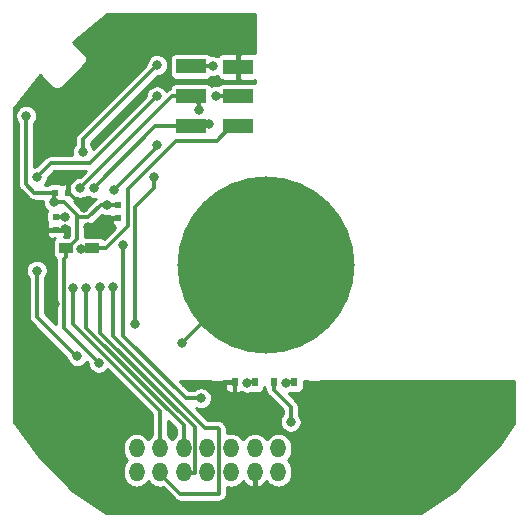
<source format=gbl>
%TF.GenerationSoftware,KiCad,Pcbnew,no-vcs-found-e0b9a21~60~ubuntu16.04.1*%
%TF.CreationDate,2017-10-13T14:54:20+03:00*%
%TF.ProjectId,livolo_1_channel_1way_eu_switch,6C69766F6C6F5F315F6368616E6E656C,rev?*%
%TF.SameCoordinates,Original*%
%TF.FileFunction,Copper,L2,Bot,Signal*%
%TF.FilePolarity,Positive*%
%FSLAX46Y46*%
G04 Gerber Fmt 4.6, Leading zero omitted, Abs format (unit mm)*
G04 Created by KiCad (PCBNEW no-vcs-found-e0b9a21~60~ubuntu16.04.1) date Fri Oct 13 14:54:20 2017*
%MOMM*%
%LPD*%
G01*
G04 APERTURE LIST*
%ADD10O,1.300000X1.600000*%
%ADD11R,2.500000X1.270000*%
%ADD12R,0.500000X0.600000*%
%ADD13R,0.600000X0.500000*%
%ADD14R,0.600000X0.800000*%
%ADD15R,1.200000X0.900000*%
%ADD16C,15.000000*%
%ADD17C,0.450000*%
%ADD18C,0.800000*%
%ADD19C,0.300000*%
%ADD20C,0.254000*%
G04 APERTURE END LIST*
D10*
X143650000Y-107550000D03*
X143650000Y-109550000D03*
X141650000Y-107550000D03*
X141650000Y-109550000D03*
X139650000Y-107550000D03*
X139650000Y-109550000D03*
X137650000Y-107550000D03*
X137650000Y-109550000D03*
X135650000Y-107550000D03*
X135650000Y-109550000D03*
X133650000Y-107550000D03*
X133650000Y-109550000D03*
X131650000Y-107550000D03*
X131650000Y-109550000D03*
D11*
X136250000Y-75210000D03*
X136250000Y-77750000D03*
X136250000Y-80290000D03*
X140250000Y-80290000D03*
X140250000Y-77750000D03*
X140250000Y-75250000D03*
D12*
X124800000Y-89050000D03*
X124800000Y-87950000D03*
D13*
X125850000Y-85900000D03*
X124750000Y-85900000D03*
D12*
X130100000Y-86950000D03*
X130100000Y-88050000D03*
D14*
X145000000Y-101950000D03*
X143300000Y-101950000D03*
X141650000Y-101950000D03*
X139950000Y-101950000D03*
D15*
X125700000Y-90600000D03*
X127900000Y-90600000D03*
D16*
X142575738Y-92033008D03*
D17*
X138649999Y-72000000D03*
X140649999Y-72000000D03*
X128649999Y-74000000D03*
X140649999Y-74000000D03*
X124649999Y-78000000D03*
X128649999Y-104000000D03*
X148649999Y-104000000D03*
X150649999Y-104000000D03*
X152649999Y-104000000D03*
X154649999Y-104000000D03*
X156649999Y-104000000D03*
X158649999Y-104000000D03*
X160649999Y-104000000D03*
X162649999Y-104000000D03*
X130649999Y-106000000D03*
X132649999Y-106000000D03*
X134649999Y-106000000D03*
X140649999Y-106000000D03*
X142649999Y-106000000D03*
X146649999Y-106000000D03*
X148649999Y-106000000D03*
X150649999Y-106000000D03*
X152649999Y-106000000D03*
X154649999Y-106000000D03*
X156649999Y-106000000D03*
X158649999Y-106000000D03*
X160649999Y-106000000D03*
X162649999Y-106000000D03*
X128649999Y-108000000D03*
X146649999Y-108000000D03*
X148649999Y-108000000D03*
X150649999Y-108000000D03*
X152649999Y-108000000D03*
X154649999Y-108000000D03*
X156649999Y-108000000D03*
X158649999Y-108000000D03*
X160649999Y-108000000D03*
X126649999Y-110000000D03*
X128649999Y-110000000D03*
X146649999Y-110000000D03*
X148649999Y-110000000D03*
X150649999Y-110000000D03*
X152649999Y-110000000D03*
X154649999Y-110000000D03*
X156649999Y-110000000D03*
X158649999Y-110000000D03*
X128649999Y-112000000D03*
X130649999Y-112000000D03*
X132649999Y-112000000D03*
X140649999Y-112000000D03*
X142649999Y-112000000D03*
X144649999Y-112000000D03*
X146649999Y-112000000D03*
X148649999Y-112000000D03*
X150649999Y-112000000D03*
X152649999Y-112000000D03*
X154649999Y-112000000D03*
X156649999Y-112000000D03*
D18*
X138100000Y-75200000D03*
X128443827Y-100308710D03*
X122300000Y-79400000D03*
X144700010Y-105300000D03*
X129180005Y-86956868D03*
X124636339Y-86692430D03*
X124699989Y-95315693D03*
X127400000Y-79000000D03*
X125400000Y-100900000D03*
X127524562Y-88800012D03*
X127200000Y-87200000D03*
X129600000Y-88900000D03*
X125600000Y-89000000D03*
X125600000Y-87949987D03*
X126950002Y-90700000D03*
X128033830Y-85500012D03*
X137784307Y-80084307D03*
X133354609Y-77754609D03*
X123200000Y-84600000D03*
X138400000Y-77700000D03*
X136900000Y-78900000D03*
X126900000Y-85500000D03*
X144300000Y-102000000D03*
X141000000Y-102000000D03*
X126629477Y-99740115D03*
X123200000Y-92500000D03*
X137100000Y-103300000D03*
X130516755Y-90299999D03*
X129636057Y-93904635D03*
X127377917Y-93969404D03*
X128586056Y-93899938D03*
X126300000Y-93974998D03*
X133400000Y-81900000D03*
X129700000Y-85700000D03*
X127100000Y-82500000D03*
X133400000Y-75100000D03*
X133100000Y-84600000D03*
X131500000Y-97000000D03*
X135500000Y-98600000D03*
D19*
X130100000Y-88050000D02*
X129600000Y-88050000D01*
X129600000Y-88050000D02*
X129600000Y-88900000D01*
X139635000Y-80290000D02*
X140250000Y-80290000D01*
X138425000Y-81500000D02*
X139635000Y-80290000D01*
X127900000Y-90600000D02*
X129032750Y-90600000D01*
X135015996Y-81500000D02*
X138425000Y-81500000D01*
X130900000Y-88732750D02*
X130900000Y-85615996D01*
X130900000Y-85615996D02*
X135015996Y-81500000D01*
X129032750Y-90600000D02*
X130900000Y-88732750D01*
X138600000Y-111400000D02*
X135350000Y-111400000D01*
X135350000Y-111400000D02*
X133650000Y-109700000D01*
X133650000Y-109700000D02*
X133650000Y-109550000D01*
X137400000Y-105800000D02*
X138500000Y-105800000D01*
X138500000Y-105800000D02*
X138600000Y-105900000D01*
X138600000Y-105900000D02*
X138600000Y-111400000D01*
X136600000Y-109677832D02*
X135777832Y-109677832D01*
X135777832Y-109677832D02*
X135650000Y-109550000D01*
X136600000Y-105777832D02*
X136600000Y-109677832D01*
X125499999Y-91550001D02*
X125499999Y-97364882D01*
X125700000Y-90600000D02*
X125700000Y-91350000D01*
X125700000Y-91350000D02*
X125499999Y-91550001D01*
X125499999Y-97364882D02*
X128443827Y-100308710D01*
X138100000Y-75200000D02*
X136260000Y-75200000D01*
X136260000Y-75200000D02*
X136250000Y-75210000D01*
X126784004Y-88000002D02*
X126600000Y-87815998D01*
X128614320Y-86956868D02*
X127571186Y-88000002D01*
X129180005Y-86956868D02*
X128614320Y-86956868D01*
X127571186Y-88000002D02*
X126784004Y-88000002D01*
X123000000Y-85900000D02*
X122300000Y-85200000D01*
X122300000Y-85200000D02*
X122300000Y-79400000D01*
X124750000Y-85900000D02*
X123000000Y-85900000D01*
X144700010Y-104050010D02*
X144700010Y-105300000D01*
X130100000Y-86950000D02*
X129186873Y-86950000D01*
X129186873Y-86950000D02*
X129180005Y-86956868D01*
X125476432Y-86692430D02*
X124636339Y-86692430D01*
X126600000Y-89850000D02*
X126600000Y-87815998D01*
X125700000Y-90600000D02*
X125850000Y-90600000D01*
X126600000Y-87815998D02*
X125476432Y-86692430D01*
X125850000Y-90600000D02*
X126600000Y-89850000D01*
X124636339Y-86692430D02*
X124636339Y-86013661D01*
X124636339Y-86013661D02*
X124750000Y-85900000D01*
X143300000Y-101950000D02*
X143300000Y-102650000D01*
X143300000Y-102650000D02*
X144700010Y-104050010D01*
X143650000Y-109400000D02*
X143650000Y-109550000D01*
X127762083Y-88800012D02*
X127524562Y-88800012D01*
X128512095Y-88050000D02*
X127762083Y-88800012D01*
X130100000Y-88050000D02*
X128512095Y-88050000D01*
X125900000Y-85900000D02*
X127200000Y-87200000D01*
X125850000Y-85900000D02*
X125900000Y-85900000D01*
X125550000Y-89050000D02*
X125600000Y-89000000D01*
X124800000Y-89050000D02*
X125550000Y-89050000D01*
X124800000Y-87950000D02*
X125599987Y-87950000D01*
X125599987Y-87950000D02*
X125600000Y-87949987D01*
X126950002Y-90700000D02*
X127800000Y-90700000D01*
X127800000Y-90700000D02*
X127900000Y-90600000D01*
X133243842Y-80290000D02*
X128033830Y-85500012D01*
X136250000Y-80290000D02*
X133243842Y-80290000D01*
X136455693Y-80084307D02*
X137218622Y-80084307D01*
X136250000Y-80290000D02*
X136455693Y-80084307D01*
X137218622Y-80084307D02*
X137784307Y-80084307D01*
X123200000Y-84600000D02*
X124400000Y-83400000D01*
X124400000Y-83400000D02*
X127709218Y-83400000D01*
X127709218Y-83400000D02*
X133354609Y-77754609D01*
X138400000Y-77700000D02*
X140200000Y-77700000D01*
X140200000Y-77700000D02*
X140250000Y-77750000D01*
X136900000Y-78900000D02*
X136900000Y-78400000D01*
X136900000Y-78400000D02*
X136250000Y-77750000D01*
X126900000Y-85500000D02*
X134650000Y-77750000D01*
X134650000Y-77750000D02*
X136250000Y-77750000D01*
X145000000Y-101950000D02*
X144350000Y-101950000D01*
X144350000Y-101950000D02*
X144300000Y-102000000D01*
X141650000Y-101950000D02*
X141050000Y-101950000D01*
X141050000Y-101950000D02*
X141000000Y-102000000D01*
X123200000Y-92500000D02*
X123200000Y-96400000D01*
X123200000Y-96400000D02*
X126540115Y-99740115D01*
X126540115Y-99740115D02*
X126629477Y-99740115D01*
X135800000Y-103300000D02*
X137100000Y-103300000D01*
X130516755Y-98016755D02*
X135800000Y-103300000D01*
X130516755Y-90299999D02*
X130516755Y-98016755D01*
X129636057Y-93904635D02*
X129636057Y-98036057D01*
X129636057Y-98036057D02*
X137400000Y-105800000D01*
X135650000Y-105605665D02*
X135650000Y-107550000D01*
X127377917Y-97333582D02*
X135650000Y-105605665D01*
X127377917Y-93969404D02*
X127377917Y-97333582D01*
X136600000Y-105777832D02*
X128586056Y-97763888D01*
X128586056Y-97763888D02*
X128586056Y-93899938D01*
X126300000Y-97033498D02*
X126300000Y-93974998D01*
X133650000Y-107550000D02*
X133650000Y-104383498D01*
X133650000Y-104383498D02*
X126300000Y-97033498D01*
X129700000Y-85700000D02*
X133400000Y-82000000D01*
X133400000Y-82000000D02*
X133400000Y-81900000D01*
X133400000Y-75100000D02*
X127100000Y-81400000D01*
X127100000Y-81400000D02*
X127100000Y-82500000D01*
X131500000Y-97000000D02*
X131500000Y-87100000D01*
X131500000Y-87100000D02*
X133100000Y-85500000D01*
X133100000Y-85500000D02*
X133100000Y-84600000D01*
X142575738Y-92033008D02*
X142066992Y-92033008D01*
X142066992Y-92033008D02*
X135500000Y-98600000D01*
D20*
G36*
X141673000Y-74116238D02*
X141653720Y-74108252D01*
X141551905Y-74088000D01*
X140454750Y-74088000D01*
X140323000Y-74219750D01*
X140323000Y-75177000D01*
X140343000Y-75177000D01*
X140343000Y-75323000D01*
X140323000Y-75323000D01*
X140323000Y-76280250D01*
X140454750Y-76412000D01*
X141551905Y-76412000D01*
X141653720Y-76391748D01*
X141673000Y-76383762D01*
X141673000Y-76616767D01*
X141603310Y-76595626D01*
X141500000Y-76585451D01*
X139000000Y-76585451D01*
X138896690Y-76595626D01*
X138797350Y-76625761D01*
X138705798Y-76674696D01*
X138625552Y-76740552D01*
X138583847Y-76791370D01*
X138497367Y-76773618D01*
X138315577Y-76772349D01*
X138137003Y-76806413D01*
X137968915Y-76874326D01*
X137940304Y-76820798D01*
X137874448Y-76740552D01*
X137794202Y-76674696D01*
X137702650Y-76625761D01*
X137603310Y-76595626D01*
X137500000Y-76585451D01*
X135000000Y-76585451D01*
X134896690Y-76595626D01*
X134797350Y-76625761D01*
X134705798Y-76674696D01*
X134625552Y-76740552D01*
X134559696Y-76820798D01*
X134510761Y-76912350D01*
X134480626Y-77011690D01*
X134471933Y-77099953D01*
X134458632Y-77103969D01*
X134398584Y-77121415D01*
X134395425Y-77123052D01*
X134392015Y-77124082D01*
X134336781Y-77153451D01*
X134281279Y-77182220D01*
X134278497Y-77184441D01*
X134275354Y-77186112D01*
X134226903Y-77225628D01*
X134178019Y-77264652D01*
X134173063Y-77269539D01*
X134172963Y-77269621D01*
X134172886Y-77269714D01*
X134171289Y-77271289D01*
X134156389Y-77286189D01*
X134076458Y-77165883D01*
X133948360Y-77036887D01*
X133797646Y-76935230D01*
X133630057Y-76864782D01*
X133451976Y-76828227D01*
X133270186Y-76826958D01*
X133091612Y-76861022D01*
X132923056Y-76929124D01*
X132770937Y-77028667D01*
X132641050Y-77155862D01*
X132538342Y-77305863D01*
X132466726Y-77472956D01*
X132428929Y-77650777D01*
X132427908Y-77723887D01*
X127971092Y-82180703D01*
X127922452Y-82062694D01*
X127821849Y-81911274D01*
X127777000Y-81866111D01*
X127777000Y-81680422D01*
X133429561Y-76027862D01*
X133471463Y-76028740D01*
X133650495Y-75997171D01*
X133819986Y-75931430D01*
X133973479Y-75834020D01*
X134105130Y-75708651D01*
X134209921Y-75560099D01*
X134283864Y-75394022D01*
X134324140Y-75216746D01*
X134327039Y-75009103D01*
X134291729Y-74830771D01*
X134222452Y-74662694D01*
X134164189Y-74575000D01*
X134470451Y-74575000D01*
X134470451Y-75845000D01*
X134480626Y-75948310D01*
X134510761Y-76047650D01*
X134559696Y-76139202D01*
X134625552Y-76219448D01*
X134705798Y-76285304D01*
X134797350Y-76334239D01*
X134896690Y-76364374D01*
X135000000Y-76374549D01*
X137500000Y-76374549D01*
X137603310Y-76364374D01*
X137702650Y-76334239D01*
X137794202Y-76285304D01*
X137874448Y-76219448D01*
X137940304Y-76139202D01*
X137952325Y-76116713D01*
X137989708Y-76124932D01*
X138171463Y-76128740D01*
X138350495Y-76097171D01*
X138494351Y-76041373D01*
X138532979Y-76134628D01*
X138590652Y-76220943D01*
X138664057Y-76294348D01*
X138750372Y-76352021D01*
X138846280Y-76391748D01*
X138948095Y-76412000D01*
X140045250Y-76412000D01*
X140177000Y-76280250D01*
X140177000Y-75323000D01*
X140157000Y-75323000D01*
X140157000Y-75177000D01*
X140177000Y-75177000D01*
X140177000Y-74219750D01*
X140045250Y-74088000D01*
X138948095Y-74088000D01*
X138846280Y-74108252D01*
X138750372Y-74147979D01*
X138664057Y-74205652D01*
X138590652Y-74279057D01*
X138532979Y-74365372D01*
X138529091Y-74374759D01*
X138375448Y-74310173D01*
X138197367Y-74273618D01*
X138015577Y-74272349D01*
X137943171Y-74286161D01*
X137940304Y-74280798D01*
X137874448Y-74200552D01*
X137794202Y-74134696D01*
X137702650Y-74085761D01*
X137603310Y-74055626D01*
X137500000Y-74045451D01*
X135000000Y-74045451D01*
X134896690Y-74055626D01*
X134797350Y-74085761D01*
X134705798Y-74134696D01*
X134625552Y-74200552D01*
X134559696Y-74280798D01*
X134510761Y-74372350D01*
X134480626Y-74471690D01*
X134470451Y-74575000D01*
X134164189Y-74575000D01*
X134121849Y-74511274D01*
X133993751Y-74382278D01*
X133843037Y-74280621D01*
X133675448Y-74210173D01*
X133497367Y-74173618D01*
X133315577Y-74172349D01*
X133137003Y-74206413D01*
X132968447Y-74274515D01*
X132816328Y-74374058D01*
X132686441Y-74501253D01*
X132583733Y-74651254D01*
X132512117Y-74818347D01*
X132474320Y-74996168D01*
X132473299Y-75069278D01*
X126621289Y-80921289D01*
X126581609Y-80969596D01*
X126541398Y-81017517D01*
X126539683Y-81020637D01*
X126537423Y-81023388D01*
X126507867Y-81078509D01*
X126477745Y-81133301D01*
X126476669Y-81136694D01*
X126474986Y-81139832D01*
X126456694Y-81199664D01*
X126437794Y-81259244D01*
X126437397Y-81262780D01*
X126436356Y-81266186D01*
X126430039Y-81328383D01*
X126423066Y-81390548D01*
X126423017Y-81397515D01*
X126423005Y-81397637D01*
X126423016Y-81397750D01*
X126423000Y-81400000D01*
X126423000Y-81865452D01*
X126386441Y-81901253D01*
X126283733Y-82051254D01*
X126212117Y-82218347D01*
X126174320Y-82396168D01*
X126171782Y-82577945D01*
X126198404Y-82723000D01*
X124400000Y-82723000D01*
X124337740Y-82729104D01*
X124275465Y-82734553D01*
X124272050Y-82735545D01*
X124268503Y-82735893D01*
X124208591Y-82753982D01*
X124148584Y-82771415D01*
X124145425Y-82773052D01*
X124142015Y-82774082D01*
X124086781Y-82803451D01*
X124031279Y-82832220D01*
X124028497Y-82834441D01*
X124025354Y-82836112D01*
X123976903Y-82875628D01*
X123928019Y-82914652D01*
X123923063Y-82919539D01*
X123922963Y-82919621D01*
X123922886Y-82919714D01*
X123921289Y-82921289D01*
X123169850Y-83672728D01*
X123115577Y-83672349D01*
X122977000Y-83698783D01*
X122977000Y-80035439D01*
X123005130Y-80008651D01*
X123109921Y-79860099D01*
X123183864Y-79694022D01*
X123224140Y-79516746D01*
X123227039Y-79309103D01*
X123191729Y-79130771D01*
X123122452Y-78962694D01*
X123021849Y-78811274D01*
X122893751Y-78682278D01*
X122743037Y-78580621D01*
X122575448Y-78510173D01*
X122397367Y-78473618D01*
X122215577Y-78472349D01*
X122037003Y-78506413D01*
X121868447Y-78574515D01*
X121716328Y-78674058D01*
X121586441Y-78801253D01*
X121483733Y-78951254D01*
X121412117Y-79118347D01*
X121374320Y-79296168D01*
X121371782Y-79477945D01*
X121404599Y-79656752D01*
X121471522Y-79825780D01*
X121570001Y-79978590D01*
X121623000Y-80033472D01*
X121623000Y-85200000D01*
X121629100Y-85262210D01*
X121634552Y-85324535D01*
X121635546Y-85327955D01*
X121635893Y-85331497D01*
X121653969Y-85391368D01*
X121671415Y-85451416D01*
X121673052Y-85454575D01*
X121674082Y-85457985D01*
X121703451Y-85513219D01*
X121732220Y-85568721D01*
X121734441Y-85571503D01*
X121736112Y-85574646D01*
X121775628Y-85623097D01*
X121814652Y-85671981D01*
X121819539Y-85676937D01*
X121819621Y-85677037D01*
X121819714Y-85677114D01*
X121821289Y-85678711D01*
X122521288Y-86378711D01*
X122569621Y-86418412D01*
X122617517Y-86458602D01*
X122620637Y-86460317D01*
X122623388Y-86462577D01*
X122678475Y-86492114D01*
X122733301Y-86522255D01*
X122736698Y-86523333D01*
X122739832Y-86525013D01*
X122799590Y-86543283D01*
X122859244Y-86562206D01*
X122862783Y-86562603D01*
X122866185Y-86563643D01*
X122928338Y-86569956D01*
X122990548Y-86576934D01*
X122997515Y-86576983D01*
X122997637Y-86576995D01*
X122997750Y-86576984D01*
X123000000Y-86577000D01*
X123713124Y-86577000D01*
X123710659Y-86588598D01*
X123708121Y-86770375D01*
X123740938Y-86949182D01*
X123807861Y-87118210D01*
X123906340Y-87271020D01*
X124032625Y-87401792D01*
X124070895Y-87428390D01*
X124060761Y-87447350D01*
X124030626Y-87546690D01*
X124020451Y-87650000D01*
X124020451Y-88250000D01*
X124030626Y-88353310D01*
X124060761Y-88452650D01*
X124084807Y-88497637D01*
X124082979Y-88500372D01*
X124043252Y-88596280D01*
X124023000Y-88698095D01*
X124023000Y-88845250D01*
X124154750Y-88977000D01*
X124727000Y-88977000D01*
X124727000Y-88957000D01*
X124873000Y-88957000D01*
X124873000Y-88977000D01*
X125445250Y-88977000D01*
X125546148Y-88876102D01*
X125671463Y-88878727D01*
X125850495Y-88847158D01*
X125923000Y-88819035D01*
X125923000Y-89569578D01*
X125872127Y-89620451D01*
X125503108Y-89620451D01*
X125517021Y-89599628D01*
X125556748Y-89503720D01*
X125577000Y-89401905D01*
X125577000Y-89254750D01*
X125445250Y-89123000D01*
X124873000Y-89123000D01*
X124873000Y-89143000D01*
X124727000Y-89143000D01*
X124727000Y-89123000D01*
X124154750Y-89123000D01*
X124023000Y-89254750D01*
X124023000Y-89401905D01*
X124043252Y-89503720D01*
X124082979Y-89599628D01*
X124140652Y-89685943D01*
X124214057Y-89759348D01*
X124300372Y-89817021D01*
X124396280Y-89856748D01*
X124498095Y-89877000D01*
X124595250Y-89877000D01*
X124726998Y-89745252D01*
X124726998Y-89774365D01*
X124725552Y-89775552D01*
X124659696Y-89855798D01*
X124610761Y-89947350D01*
X124580626Y-90046690D01*
X124570451Y-90150000D01*
X124570451Y-91050000D01*
X124580626Y-91153310D01*
X124610761Y-91252650D01*
X124659696Y-91344202D01*
X124725552Y-91424448D01*
X124805798Y-91490304D01*
X124827405Y-91501853D01*
X124823065Y-91540549D01*
X124823016Y-91547516D01*
X124823004Y-91547638D01*
X124823015Y-91547751D01*
X124822999Y-91550001D01*
X124822999Y-97065577D01*
X123877000Y-96119578D01*
X123877000Y-93135439D01*
X123905130Y-93108651D01*
X124009921Y-92960099D01*
X124083864Y-92794022D01*
X124124140Y-92616746D01*
X124127039Y-92409103D01*
X124091729Y-92230771D01*
X124022452Y-92062694D01*
X123921849Y-91911274D01*
X123793751Y-91782278D01*
X123643037Y-91680621D01*
X123475448Y-91610173D01*
X123297367Y-91573618D01*
X123115577Y-91572349D01*
X122937003Y-91606413D01*
X122768447Y-91674515D01*
X122616328Y-91774058D01*
X122486441Y-91901253D01*
X122383733Y-92051254D01*
X122312117Y-92218347D01*
X122274320Y-92396168D01*
X122271782Y-92577945D01*
X122304599Y-92756752D01*
X122371522Y-92925780D01*
X122470001Y-93078590D01*
X122523000Y-93133472D01*
X122523000Y-96400000D01*
X122529100Y-96462210D01*
X122534552Y-96524535D01*
X122535546Y-96527955D01*
X122535893Y-96531497D01*
X122553969Y-96591368D01*
X122571415Y-96651416D01*
X122573052Y-96654575D01*
X122574082Y-96657985D01*
X122603451Y-96713219D01*
X122632220Y-96768721D01*
X122634441Y-96771503D01*
X122636112Y-96774646D01*
X122675628Y-96823097D01*
X122714652Y-96871981D01*
X122719539Y-96876937D01*
X122719621Y-96877037D01*
X122719714Y-96877114D01*
X122721289Y-96878711D01*
X125710390Y-99867812D01*
X125734076Y-99996867D01*
X125800999Y-100165895D01*
X125899478Y-100318705D01*
X126025763Y-100449477D01*
X126175043Y-100553229D01*
X126341632Y-100626010D01*
X126519185Y-100665047D01*
X126700940Y-100668855D01*
X126879972Y-100637286D01*
X127049463Y-100571545D01*
X127202956Y-100474135D01*
X127334607Y-100348766D01*
X127413964Y-100236270D01*
X127516280Y-100338586D01*
X127515609Y-100386655D01*
X127548426Y-100565462D01*
X127615349Y-100734490D01*
X127713828Y-100887300D01*
X127840113Y-101018072D01*
X127989393Y-101121824D01*
X128155982Y-101194605D01*
X128333535Y-101233642D01*
X128515290Y-101237450D01*
X128694322Y-101205881D01*
X128863813Y-101140140D01*
X129017306Y-101042730D01*
X129148957Y-100917361D01*
X129181007Y-100871927D01*
X132973000Y-104663921D01*
X132973000Y-106434852D01*
X132826496Y-106552645D01*
X132678841Y-106728613D01*
X132650508Y-106780151D01*
X132630348Y-106742237D01*
X132485165Y-106564225D01*
X132308170Y-106417802D01*
X132106106Y-106308546D01*
X131886669Y-106240619D01*
X131658217Y-106216608D01*
X131429452Y-106237427D01*
X131209088Y-106302284D01*
X131005518Y-106408707D01*
X130826496Y-106552645D01*
X130678841Y-106728613D01*
X130568178Y-106929909D01*
X130498720Y-107148867D01*
X130473115Y-107377146D01*
X130473000Y-107393579D01*
X130473000Y-107706421D01*
X130495416Y-107935035D01*
X130561809Y-108154941D01*
X130669652Y-108357763D01*
X130814835Y-108535775D01*
X130830924Y-108549085D01*
X130826496Y-108552645D01*
X130678841Y-108728613D01*
X130568178Y-108929909D01*
X130498720Y-109148867D01*
X130473115Y-109377146D01*
X130473000Y-109393579D01*
X130473000Y-109706421D01*
X130495416Y-109935035D01*
X130561809Y-110154941D01*
X130669652Y-110357763D01*
X130814835Y-110535775D01*
X130991830Y-110682198D01*
X131193894Y-110791454D01*
X131413331Y-110859381D01*
X131641783Y-110883392D01*
X131870548Y-110862573D01*
X132090912Y-110797716D01*
X132294482Y-110691293D01*
X132473504Y-110547355D01*
X132621159Y-110371387D01*
X132649492Y-110319849D01*
X132669652Y-110357763D01*
X132814835Y-110535775D01*
X132991830Y-110682198D01*
X133193894Y-110791454D01*
X133413331Y-110859381D01*
X133641783Y-110883392D01*
X133856435Y-110863857D01*
X134871289Y-111878711D01*
X134919596Y-111918391D01*
X134967517Y-111958602D01*
X134970637Y-111960317D01*
X134973388Y-111962577D01*
X135028509Y-111992133D01*
X135083301Y-112022255D01*
X135086694Y-112023331D01*
X135089832Y-112025014D01*
X135149664Y-112043306D01*
X135209244Y-112062206D01*
X135212780Y-112062603D01*
X135216186Y-112063644D01*
X135278383Y-112069961D01*
X135340548Y-112076934D01*
X135347515Y-112076983D01*
X135347637Y-112076995D01*
X135347750Y-112076984D01*
X135350000Y-112077000D01*
X138600000Y-112077000D01*
X138663434Y-112070780D01*
X138726857Y-112065008D01*
X138729130Y-112064339D01*
X138731497Y-112064107D01*
X138792607Y-112045657D01*
X138853609Y-112027703D01*
X138855709Y-112026605D01*
X138857985Y-112025918D01*
X138914335Y-111995956D01*
X138970700Y-111966489D01*
X138972547Y-111965004D01*
X138974646Y-111963888D01*
X139024034Y-111923608D01*
X139073672Y-111883698D01*
X139075199Y-111881878D01*
X139077037Y-111880379D01*
X139117607Y-111831339D01*
X139158602Y-111782483D01*
X139159747Y-111780401D01*
X139161258Y-111778574D01*
X139191516Y-111722613D01*
X139222255Y-111666699D01*
X139222974Y-111664432D01*
X139224101Y-111662348D01*
X139242917Y-111601564D01*
X139262206Y-111540756D01*
X139262471Y-111538395D01*
X139263172Y-111536130D01*
X139269832Y-111472765D01*
X139276934Y-111409452D01*
X139276966Y-111404899D01*
X139276984Y-111404726D01*
X139276968Y-111404553D01*
X139277000Y-111400000D01*
X139277000Y-110817180D01*
X139413331Y-110859381D01*
X139641783Y-110883392D01*
X139870548Y-110862573D01*
X140090912Y-110797716D01*
X140294482Y-110691293D01*
X140473504Y-110547355D01*
X140621159Y-110371387D01*
X140651359Y-110316454D01*
X140711916Y-110414604D01*
X140869353Y-110583884D01*
X141056790Y-110719197D01*
X141267024Y-110815343D01*
X141394130Y-110848851D01*
X141577000Y-110742698D01*
X141577000Y-109623000D01*
X141557000Y-109623000D01*
X141557000Y-109477000D01*
X141577000Y-109477000D01*
X141577000Y-109457000D01*
X141723000Y-109457000D01*
X141723000Y-109477000D01*
X141743000Y-109477000D01*
X141743000Y-109623000D01*
X141723000Y-109623000D01*
X141723000Y-110742698D01*
X141905870Y-110848851D01*
X142032976Y-110815343D01*
X142243210Y-110719197D01*
X142430647Y-110583884D01*
X142588084Y-110414604D01*
X142648129Y-110317284D01*
X142669652Y-110357763D01*
X142814835Y-110535775D01*
X142991830Y-110682198D01*
X143193894Y-110791454D01*
X143413331Y-110859381D01*
X143641783Y-110883392D01*
X143870548Y-110862573D01*
X144090912Y-110797716D01*
X144294482Y-110691293D01*
X144473504Y-110547355D01*
X144621159Y-110371387D01*
X144731822Y-110170091D01*
X144801280Y-109951133D01*
X144826885Y-109722854D01*
X144827000Y-109706421D01*
X144827000Y-109393579D01*
X144804584Y-109164965D01*
X144738191Y-108945059D01*
X144630348Y-108742237D01*
X144485165Y-108564225D01*
X144469076Y-108550915D01*
X144473504Y-108547355D01*
X144621159Y-108371387D01*
X144731822Y-108170091D01*
X144801280Y-107951133D01*
X144826885Y-107722854D01*
X144827000Y-107706421D01*
X144827000Y-107393579D01*
X144804584Y-107164965D01*
X144738191Y-106945059D01*
X144630348Y-106742237D01*
X144485165Y-106564225D01*
X144308170Y-106417802D01*
X144106106Y-106308546D01*
X143886669Y-106240619D01*
X143658217Y-106216608D01*
X143429452Y-106237427D01*
X143209088Y-106302284D01*
X143005518Y-106408707D01*
X142826496Y-106552645D01*
X142678841Y-106728613D01*
X142650508Y-106780151D01*
X142630348Y-106742237D01*
X142485165Y-106564225D01*
X142308170Y-106417802D01*
X142106106Y-106308546D01*
X141886669Y-106240619D01*
X141658217Y-106216608D01*
X141429452Y-106237427D01*
X141209088Y-106302284D01*
X141005518Y-106408707D01*
X140826496Y-106552645D01*
X140678841Y-106728613D01*
X140650508Y-106780151D01*
X140630348Y-106742237D01*
X140485165Y-106564225D01*
X140308170Y-106417802D01*
X140106106Y-106308546D01*
X139886669Y-106240619D01*
X139658217Y-106216608D01*
X139429452Y-106237427D01*
X139277000Y-106282296D01*
X139277000Y-105900000D01*
X139270896Y-105837740D01*
X139265447Y-105775465D01*
X139264455Y-105772050D01*
X139264107Y-105768503D01*
X139246018Y-105708591D01*
X139228585Y-105648584D01*
X139226948Y-105645425D01*
X139225918Y-105642015D01*
X139196549Y-105586781D01*
X139167780Y-105531279D01*
X139165559Y-105528497D01*
X139163888Y-105525354D01*
X139124372Y-105476903D01*
X139085348Y-105428019D01*
X139080457Y-105423059D01*
X139080379Y-105422963D01*
X139080290Y-105422889D01*
X139078711Y-105421288D01*
X138978711Y-105321289D01*
X138930404Y-105281609D01*
X138882483Y-105241398D01*
X138879363Y-105239683D01*
X138876612Y-105237423D01*
X138821491Y-105207867D01*
X138766699Y-105177745D01*
X138763306Y-105176669D01*
X138760168Y-105174986D01*
X138700336Y-105156694D01*
X138640756Y-105137794D01*
X138637220Y-105137397D01*
X138633814Y-105136356D01*
X138571617Y-105130039D01*
X138509452Y-105123066D01*
X138502485Y-105123017D01*
X138502363Y-105123005D01*
X138502250Y-105123016D01*
X138500000Y-105123000D01*
X137680423Y-105123000D01*
X136689910Y-104132488D01*
X136812155Y-104185895D01*
X136989708Y-104224932D01*
X137171463Y-104228740D01*
X137350495Y-104197171D01*
X137519986Y-104131430D01*
X137673479Y-104034020D01*
X137805130Y-103908651D01*
X137909921Y-103760099D01*
X137983864Y-103594022D01*
X138024140Y-103416746D01*
X138027039Y-103209103D01*
X137991729Y-103030771D01*
X137922452Y-102862694D01*
X137821849Y-102711274D01*
X137693751Y-102582278D01*
X137543037Y-102480621D01*
X137375448Y-102410173D01*
X137197367Y-102373618D01*
X137015577Y-102372349D01*
X136837003Y-102406413D01*
X136668447Y-102474515D01*
X136516328Y-102574058D01*
X136466350Y-102623000D01*
X136080422Y-102623000D01*
X135612172Y-102154750D01*
X139123000Y-102154750D01*
X139123000Y-102401905D01*
X139143252Y-102503720D01*
X139182979Y-102599628D01*
X139240652Y-102685943D01*
X139314057Y-102759348D01*
X139400372Y-102817021D01*
X139496280Y-102856748D01*
X139598095Y-102877000D01*
X139745250Y-102877000D01*
X139877000Y-102745250D01*
X139877000Y-102023000D01*
X139254750Y-102023000D01*
X139123000Y-102154750D01*
X135612172Y-102154750D01*
X135284422Y-101827000D01*
X137889748Y-101827000D01*
X138103476Y-101920376D01*
X138348067Y-101974152D01*
X138598444Y-101979397D01*
X138845072Y-101935910D01*
X139078557Y-101845347D01*
X139107467Y-101827000D01*
X139204750Y-101827000D01*
X139254750Y-101877000D01*
X139877000Y-101877000D01*
X139877000Y-101857000D01*
X140023000Y-101857000D01*
X140023000Y-101877000D01*
X140043000Y-101877000D01*
X140043000Y-102023000D01*
X140023000Y-102023000D01*
X140023000Y-102745250D01*
X140154750Y-102877000D01*
X140301905Y-102877000D01*
X140403720Y-102856748D01*
X140499628Y-102817021D01*
X140525915Y-102799457D01*
X140545566Y-102813114D01*
X140712155Y-102885895D01*
X140889708Y-102924932D01*
X141071463Y-102928740D01*
X141250495Y-102897171D01*
X141306877Y-102875302D01*
X141350000Y-102879549D01*
X141950000Y-102879549D01*
X142053310Y-102869374D01*
X142152650Y-102839239D01*
X142244202Y-102790304D01*
X142324448Y-102724448D01*
X142390304Y-102644202D01*
X142439239Y-102552650D01*
X142469374Y-102453310D01*
X142475000Y-102396187D01*
X142480626Y-102453310D01*
X142510761Y-102552650D01*
X142559696Y-102644202D01*
X142625552Y-102724448D01*
X142630527Y-102728531D01*
X142634552Y-102774535D01*
X142635546Y-102777955D01*
X142635893Y-102781497D01*
X142653969Y-102841368D01*
X142671415Y-102901416D01*
X142673052Y-102904575D01*
X142674082Y-102907985D01*
X142703451Y-102963219D01*
X142732220Y-103018721D01*
X142734441Y-103021503D01*
X142736112Y-103024646D01*
X142775628Y-103073097D01*
X142814652Y-103121981D01*
X142819539Y-103126937D01*
X142819621Y-103127037D01*
X142819714Y-103127114D01*
X142821289Y-103128711D01*
X144023010Y-104330432D01*
X144023010Y-104665452D01*
X143986451Y-104701253D01*
X143883743Y-104851254D01*
X143812127Y-105018347D01*
X143774330Y-105196168D01*
X143771792Y-105377945D01*
X143804609Y-105556752D01*
X143871532Y-105725780D01*
X143970011Y-105878590D01*
X144096296Y-106009362D01*
X144245576Y-106113114D01*
X144412165Y-106185895D01*
X144589718Y-106224932D01*
X144771473Y-106228740D01*
X144950505Y-106197171D01*
X145119996Y-106131430D01*
X145273489Y-106034020D01*
X145405140Y-105908651D01*
X145509931Y-105760099D01*
X145583874Y-105594022D01*
X145624150Y-105416746D01*
X145627049Y-105209103D01*
X145591739Y-105030771D01*
X145522462Y-104862694D01*
X145421859Y-104711274D01*
X145377010Y-104666111D01*
X145377010Y-104050010D01*
X145370906Y-103987750D01*
X145365457Y-103925475D01*
X145364465Y-103922060D01*
X145364117Y-103918513D01*
X145346028Y-103858601D01*
X145328595Y-103798594D01*
X145326958Y-103795435D01*
X145325928Y-103792025D01*
X145296559Y-103736791D01*
X145267790Y-103681289D01*
X145265569Y-103678507D01*
X145263898Y-103675364D01*
X145224382Y-103626913D01*
X145185358Y-103578029D01*
X145180471Y-103573073D01*
X145180389Y-103572973D01*
X145180296Y-103572896D01*
X145178721Y-103571299D01*
X144511474Y-102904052D01*
X144550495Y-102897171D01*
X144617002Y-102871375D01*
X144700000Y-102879549D01*
X145300000Y-102879549D01*
X145403310Y-102869374D01*
X145502650Y-102839239D01*
X145594202Y-102790304D01*
X145674448Y-102724448D01*
X145740304Y-102644202D01*
X145789239Y-102552650D01*
X145819374Y-102453310D01*
X145829549Y-102350000D01*
X145829549Y-101827000D01*
X146089748Y-101827000D01*
X146303476Y-101920376D01*
X146548067Y-101974152D01*
X146798444Y-101979397D01*
X147045072Y-101935910D01*
X147278557Y-101845347D01*
X147307467Y-101827000D01*
X163623000Y-101827000D01*
X163623000Y-105429343D01*
X162458888Y-107225143D01*
X158533070Y-111153879D01*
X155723843Y-113024320D01*
X129075218Y-113024320D01*
X126267283Y-111154740D01*
X123381924Y-108236298D01*
X121277000Y-105313837D01*
X121277000Y-78701181D01*
X123448635Y-75965577D01*
X124492200Y-77009141D01*
X124534129Y-77043582D01*
X124575878Y-77078366D01*
X124577658Y-77079336D01*
X124579218Y-77080618D01*
X124627068Y-77106275D01*
X124674748Y-77132271D01*
X124676675Y-77132875D01*
X124678462Y-77133833D01*
X124730511Y-77149746D01*
X124782206Y-77165946D01*
X124784212Y-77166164D01*
X124786152Y-77166757D01*
X124840236Y-77172251D01*
X124894158Y-77178109D01*
X124896174Y-77177933D01*
X124898186Y-77178137D01*
X124952306Y-77173021D01*
X125006340Y-77168293D01*
X125008278Y-77167730D01*
X125010298Y-77167539D01*
X125062412Y-77152003D01*
X125114480Y-77136876D01*
X125116276Y-77135945D01*
X125118215Y-77135367D01*
X125166298Y-77110016D01*
X125214457Y-77085053D01*
X125216035Y-77083793D01*
X125217828Y-77082848D01*
X125260087Y-77048627D01*
X125302465Y-77014797D01*
X125305230Y-77012070D01*
X125305343Y-77011979D01*
X125305436Y-77011868D01*
X125308201Y-77009141D01*
X127307181Y-75010160D01*
X127341473Y-74968412D01*
X127376131Y-74926886D01*
X127377220Y-74924893D01*
X127378658Y-74923142D01*
X127404213Y-74875483D01*
X127430120Y-74828061D01*
X127430799Y-74825901D01*
X127431873Y-74823898D01*
X127447712Y-74772091D01*
X127463886Y-74720632D01*
X127464132Y-74718382D01*
X127464797Y-74716208D01*
X127470269Y-74662338D01*
X127476143Y-74608691D01*
X127475947Y-74606434D01*
X127476177Y-74604174D01*
X127471083Y-74550282D01*
X127466423Y-74496501D01*
X127465793Y-74494325D01*
X127465579Y-74492063D01*
X127450116Y-74440194D01*
X127435097Y-74388334D01*
X127434056Y-74386321D01*
X127433407Y-74384145D01*
X127408163Y-74336264D01*
X127383359Y-74288313D01*
X127381948Y-74286542D01*
X127380888Y-74284532D01*
X127346826Y-74242470D01*
X127313178Y-74200246D01*
X127310111Y-74197131D01*
X127310019Y-74197017D01*
X127309908Y-74196925D01*
X127307526Y-74194505D01*
X126256091Y-73141288D01*
X129108068Y-70777000D01*
X141673000Y-70777000D01*
X141673000Y-74116238D01*
X141673000Y-74116238D01*
G37*
X141673000Y-74116238D02*
X141653720Y-74108252D01*
X141551905Y-74088000D01*
X140454750Y-74088000D01*
X140323000Y-74219750D01*
X140323000Y-75177000D01*
X140343000Y-75177000D01*
X140343000Y-75323000D01*
X140323000Y-75323000D01*
X140323000Y-76280250D01*
X140454750Y-76412000D01*
X141551905Y-76412000D01*
X141653720Y-76391748D01*
X141673000Y-76383762D01*
X141673000Y-76616767D01*
X141603310Y-76595626D01*
X141500000Y-76585451D01*
X139000000Y-76585451D01*
X138896690Y-76595626D01*
X138797350Y-76625761D01*
X138705798Y-76674696D01*
X138625552Y-76740552D01*
X138583847Y-76791370D01*
X138497367Y-76773618D01*
X138315577Y-76772349D01*
X138137003Y-76806413D01*
X137968915Y-76874326D01*
X137940304Y-76820798D01*
X137874448Y-76740552D01*
X137794202Y-76674696D01*
X137702650Y-76625761D01*
X137603310Y-76595626D01*
X137500000Y-76585451D01*
X135000000Y-76585451D01*
X134896690Y-76595626D01*
X134797350Y-76625761D01*
X134705798Y-76674696D01*
X134625552Y-76740552D01*
X134559696Y-76820798D01*
X134510761Y-76912350D01*
X134480626Y-77011690D01*
X134471933Y-77099953D01*
X134458632Y-77103969D01*
X134398584Y-77121415D01*
X134395425Y-77123052D01*
X134392015Y-77124082D01*
X134336781Y-77153451D01*
X134281279Y-77182220D01*
X134278497Y-77184441D01*
X134275354Y-77186112D01*
X134226903Y-77225628D01*
X134178019Y-77264652D01*
X134173063Y-77269539D01*
X134172963Y-77269621D01*
X134172886Y-77269714D01*
X134171289Y-77271289D01*
X134156389Y-77286189D01*
X134076458Y-77165883D01*
X133948360Y-77036887D01*
X133797646Y-76935230D01*
X133630057Y-76864782D01*
X133451976Y-76828227D01*
X133270186Y-76826958D01*
X133091612Y-76861022D01*
X132923056Y-76929124D01*
X132770937Y-77028667D01*
X132641050Y-77155862D01*
X132538342Y-77305863D01*
X132466726Y-77472956D01*
X132428929Y-77650777D01*
X132427908Y-77723887D01*
X127971092Y-82180703D01*
X127922452Y-82062694D01*
X127821849Y-81911274D01*
X127777000Y-81866111D01*
X127777000Y-81680422D01*
X133429561Y-76027862D01*
X133471463Y-76028740D01*
X133650495Y-75997171D01*
X133819986Y-75931430D01*
X133973479Y-75834020D01*
X134105130Y-75708651D01*
X134209921Y-75560099D01*
X134283864Y-75394022D01*
X134324140Y-75216746D01*
X134327039Y-75009103D01*
X134291729Y-74830771D01*
X134222452Y-74662694D01*
X134164189Y-74575000D01*
X134470451Y-74575000D01*
X134470451Y-75845000D01*
X134480626Y-75948310D01*
X134510761Y-76047650D01*
X134559696Y-76139202D01*
X134625552Y-76219448D01*
X134705798Y-76285304D01*
X134797350Y-76334239D01*
X134896690Y-76364374D01*
X135000000Y-76374549D01*
X137500000Y-76374549D01*
X137603310Y-76364374D01*
X137702650Y-76334239D01*
X137794202Y-76285304D01*
X137874448Y-76219448D01*
X137940304Y-76139202D01*
X137952325Y-76116713D01*
X137989708Y-76124932D01*
X138171463Y-76128740D01*
X138350495Y-76097171D01*
X138494351Y-76041373D01*
X138532979Y-76134628D01*
X138590652Y-76220943D01*
X138664057Y-76294348D01*
X138750372Y-76352021D01*
X138846280Y-76391748D01*
X138948095Y-76412000D01*
X140045250Y-76412000D01*
X140177000Y-76280250D01*
X140177000Y-75323000D01*
X140157000Y-75323000D01*
X140157000Y-75177000D01*
X140177000Y-75177000D01*
X140177000Y-74219750D01*
X140045250Y-74088000D01*
X138948095Y-74088000D01*
X138846280Y-74108252D01*
X138750372Y-74147979D01*
X138664057Y-74205652D01*
X138590652Y-74279057D01*
X138532979Y-74365372D01*
X138529091Y-74374759D01*
X138375448Y-74310173D01*
X138197367Y-74273618D01*
X138015577Y-74272349D01*
X137943171Y-74286161D01*
X137940304Y-74280798D01*
X137874448Y-74200552D01*
X137794202Y-74134696D01*
X137702650Y-74085761D01*
X137603310Y-74055626D01*
X137500000Y-74045451D01*
X135000000Y-74045451D01*
X134896690Y-74055626D01*
X134797350Y-74085761D01*
X134705798Y-74134696D01*
X134625552Y-74200552D01*
X134559696Y-74280798D01*
X134510761Y-74372350D01*
X134480626Y-74471690D01*
X134470451Y-74575000D01*
X134164189Y-74575000D01*
X134121849Y-74511274D01*
X133993751Y-74382278D01*
X133843037Y-74280621D01*
X133675448Y-74210173D01*
X133497367Y-74173618D01*
X133315577Y-74172349D01*
X133137003Y-74206413D01*
X132968447Y-74274515D01*
X132816328Y-74374058D01*
X132686441Y-74501253D01*
X132583733Y-74651254D01*
X132512117Y-74818347D01*
X132474320Y-74996168D01*
X132473299Y-75069278D01*
X126621289Y-80921289D01*
X126581609Y-80969596D01*
X126541398Y-81017517D01*
X126539683Y-81020637D01*
X126537423Y-81023388D01*
X126507867Y-81078509D01*
X126477745Y-81133301D01*
X126476669Y-81136694D01*
X126474986Y-81139832D01*
X126456694Y-81199664D01*
X126437794Y-81259244D01*
X126437397Y-81262780D01*
X126436356Y-81266186D01*
X126430039Y-81328383D01*
X126423066Y-81390548D01*
X126423017Y-81397515D01*
X126423005Y-81397637D01*
X126423016Y-81397750D01*
X126423000Y-81400000D01*
X126423000Y-81865452D01*
X126386441Y-81901253D01*
X126283733Y-82051254D01*
X126212117Y-82218347D01*
X126174320Y-82396168D01*
X126171782Y-82577945D01*
X126198404Y-82723000D01*
X124400000Y-82723000D01*
X124337740Y-82729104D01*
X124275465Y-82734553D01*
X124272050Y-82735545D01*
X124268503Y-82735893D01*
X124208591Y-82753982D01*
X124148584Y-82771415D01*
X124145425Y-82773052D01*
X124142015Y-82774082D01*
X124086781Y-82803451D01*
X124031279Y-82832220D01*
X124028497Y-82834441D01*
X124025354Y-82836112D01*
X123976903Y-82875628D01*
X123928019Y-82914652D01*
X123923063Y-82919539D01*
X123922963Y-82919621D01*
X123922886Y-82919714D01*
X123921289Y-82921289D01*
X123169850Y-83672728D01*
X123115577Y-83672349D01*
X122977000Y-83698783D01*
X122977000Y-80035439D01*
X123005130Y-80008651D01*
X123109921Y-79860099D01*
X123183864Y-79694022D01*
X123224140Y-79516746D01*
X123227039Y-79309103D01*
X123191729Y-79130771D01*
X123122452Y-78962694D01*
X123021849Y-78811274D01*
X122893751Y-78682278D01*
X122743037Y-78580621D01*
X122575448Y-78510173D01*
X122397367Y-78473618D01*
X122215577Y-78472349D01*
X122037003Y-78506413D01*
X121868447Y-78574515D01*
X121716328Y-78674058D01*
X121586441Y-78801253D01*
X121483733Y-78951254D01*
X121412117Y-79118347D01*
X121374320Y-79296168D01*
X121371782Y-79477945D01*
X121404599Y-79656752D01*
X121471522Y-79825780D01*
X121570001Y-79978590D01*
X121623000Y-80033472D01*
X121623000Y-85200000D01*
X121629100Y-85262210D01*
X121634552Y-85324535D01*
X121635546Y-85327955D01*
X121635893Y-85331497D01*
X121653969Y-85391368D01*
X121671415Y-85451416D01*
X121673052Y-85454575D01*
X121674082Y-85457985D01*
X121703451Y-85513219D01*
X121732220Y-85568721D01*
X121734441Y-85571503D01*
X121736112Y-85574646D01*
X121775628Y-85623097D01*
X121814652Y-85671981D01*
X121819539Y-85676937D01*
X121819621Y-85677037D01*
X121819714Y-85677114D01*
X121821289Y-85678711D01*
X122521288Y-86378711D01*
X122569621Y-86418412D01*
X122617517Y-86458602D01*
X122620637Y-86460317D01*
X122623388Y-86462577D01*
X122678475Y-86492114D01*
X122733301Y-86522255D01*
X122736698Y-86523333D01*
X122739832Y-86525013D01*
X122799590Y-86543283D01*
X122859244Y-86562206D01*
X122862783Y-86562603D01*
X122866185Y-86563643D01*
X122928338Y-86569956D01*
X122990548Y-86576934D01*
X122997515Y-86576983D01*
X122997637Y-86576995D01*
X122997750Y-86576984D01*
X123000000Y-86577000D01*
X123713124Y-86577000D01*
X123710659Y-86588598D01*
X123708121Y-86770375D01*
X123740938Y-86949182D01*
X123807861Y-87118210D01*
X123906340Y-87271020D01*
X124032625Y-87401792D01*
X124070895Y-87428390D01*
X124060761Y-87447350D01*
X124030626Y-87546690D01*
X124020451Y-87650000D01*
X124020451Y-88250000D01*
X124030626Y-88353310D01*
X124060761Y-88452650D01*
X124084807Y-88497637D01*
X124082979Y-88500372D01*
X124043252Y-88596280D01*
X124023000Y-88698095D01*
X124023000Y-88845250D01*
X124154750Y-88977000D01*
X124727000Y-88977000D01*
X124727000Y-88957000D01*
X124873000Y-88957000D01*
X124873000Y-88977000D01*
X125445250Y-88977000D01*
X125546148Y-88876102D01*
X125671463Y-88878727D01*
X125850495Y-88847158D01*
X125923000Y-88819035D01*
X125923000Y-89569578D01*
X125872127Y-89620451D01*
X125503108Y-89620451D01*
X125517021Y-89599628D01*
X125556748Y-89503720D01*
X125577000Y-89401905D01*
X125577000Y-89254750D01*
X125445250Y-89123000D01*
X124873000Y-89123000D01*
X124873000Y-89143000D01*
X124727000Y-89143000D01*
X124727000Y-89123000D01*
X124154750Y-89123000D01*
X124023000Y-89254750D01*
X124023000Y-89401905D01*
X124043252Y-89503720D01*
X124082979Y-89599628D01*
X124140652Y-89685943D01*
X124214057Y-89759348D01*
X124300372Y-89817021D01*
X124396280Y-89856748D01*
X124498095Y-89877000D01*
X124595250Y-89877000D01*
X124726998Y-89745252D01*
X124726998Y-89774365D01*
X124725552Y-89775552D01*
X124659696Y-89855798D01*
X124610761Y-89947350D01*
X124580626Y-90046690D01*
X124570451Y-90150000D01*
X124570451Y-91050000D01*
X124580626Y-91153310D01*
X124610761Y-91252650D01*
X124659696Y-91344202D01*
X124725552Y-91424448D01*
X124805798Y-91490304D01*
X124827405Y-91501853D01*
X124823065Y-91540549D01*
X124823016Y-91547516D01*
X124823004Y-91547638D01*
X124823015Y-91547751D01*
X124822999Y-91550001D01*
X124822999Y-97065577D01*
X123877000Y-96119578D01*
X123877000Y-93135439D01*
X123905130Y-93108651D01*
X124009921Y-92960099D01*
X124083864Y-92794022D01*
X124124140Y-92616746D01*
X124127039Y-92409103D01*
X124091729Y-92230771D01*
X124022452Y-92062694D01*
X123921849Y-91911274D01*
X123793751Y-91782278D01*
X123643037Y-91680621D01*
X123475448Y-91610173D01*
X123297367Y-91573618D01*
X123115577Y-91572349D01*
X122937003Y-91606413D01*
X122768447Y-91674515D01*
X122616328Y-91774058D01*
X122486441Y-91901253D01*
X122383733Y-92051254D01*
X122312117Y-92218347D01*
X122274320Y-92396168D01*
X122271782Y-92577945D01*
X122304599Y-92756752D01*
X122371522Y-92925780D01*
X122470001Y-93078590D01*
X122523000Y-93133472D01*
X122523000Y-96400000D01*
X122529100Y-96462210D01*
X122534552Y-96524535D01*
X122535546Y-96527955D01*
X122535893Y-96531497D01*
X122553969Y-96591368D01*
X122571415Y-96651416D01*
X122573052Y-96654575D01*
X122574082Y-96657985D01*
X122603451Y-96713219D01*
X122632220Y-96768721D01*
X122634441Y-96771503D01*
X122636112Y-96774646D01*
X122675628Y-96823097D01*
X122714652Y-96871981D01*
X122719539Y-96876937D01*
X122719621Y-96877037D01*
X122719714Y-96877114D01*
X122721289Y-96878711D01*
X125710390Y-99867812D01*
X125734076Y-99996867D01*
X125800999Y-100165895D01*
X125899478Y-100318705D01*
X126025763Y-100449477D01*
X126175043Y-100553229D01*
X126341632Y-100626010D01*
X126519185Y-100665047D01*
X126700940Y-100668855D01*
X126879972Y-100637286D01*
X127049463Y-100571545D01*
X127202956Y-100474135D01*
X127334607Y-100348766D01*
X127413964Y-100236270D01*
X127516280Y-100338586D01*
X127515609Y-100386655D01*
X127548426Y-100565462D01*
X127615349Y-100734490D01*
X127713828Y-100887300D01*
X127840113Y-101018072D01*
X127989393Y-101121824D01*
X128155982Y-101194605D01*
X128333535Y-101233642D01*
X128515290Y-101237450D01*
X128694322Y-101205881D01*
X128863813Y-101140140D01*
X129017306Y-101042730D01*
X129148957Y-100917361D01*
X129181007Y-100871927D01*
X132973000Y-104663921D01*
X132973000Y-106434852D01*
X132826496Y-106552645D01*
X132678841Y-106728613D01*
X132650508Y-106780151D01*
X132630348Y-106742237D01*
X132485165Y-106564225D01*
X132308170Y-106417802D01*
X132106106Y-106308546D01*
X131886669Y-106240619D01*
X131658217Y-106216608D01*
X131429452Y-106237427D01*
X131209088Y-106302284D01*
X131005518Y-106408707D01*
X130826496Y-106552645D01*
X130678841Y-106728613D01*
X130568178Y-106929909D01*
X130498720Y-107148867D01*
X130473115Y-107377146D01*
X130473000Y-107393579D01*
X130473000Y-107706421D01*
X130495416Y-107935035D01*
X130561809Y-108154941D01*
X130669652Y-108357763D01*
X130814835Y-108535775D01*
X130830924Y-108549085D01*
X130826496Y-108552645D01*
X130678841Y-108728613D01*
X130568178Y-108929909D01*
X130498720Y-109148867D01*
X130473115Y-109377146D01*
X130473000Y-109393579D01*
X130473000Y-109706421D01*
X130495416Y-109935035D01*
X130561809Y-110154941D01*
X130669652Y-110357763D01*
X130814835Y-110535775D01*
X130991830Y-110682198D01*
X131193894Y-110791454D01*
X131413331Y-110859381D01*
X131641783Y-110883392D01*
X131870548Y-110862573D01*
X132090912Y-110797716D01*
X132294482Y-110691293D01*
X132473504Y-110547355D01*
X132621159Y-110371387D01*
X132649492Y-110319849D01*
X132669652Y-110357763D01*
X132814835Y-110535775D01*
X132991830Y-110682198D01*
X133193894Y-110791454D01*
X133413331Y-110859381D01*
X133641783Y-110883392D01*
X133856435Y-110863857D01*
X134871289Y-111878711D01*
X134919596Y-111918391D01*
X134967517Y-111958602D01*
X134970637Y-111960317D01*
X134973388Y-111962577D01*
X135028509Y-111992133D01*
X135083301Y-112022255D01*
X135086694Y-112023331D01*
X135089832Y-112025014D01*
X135149664Y-112043306D01*
X135209244Y-112062206D01*
X135212780Y-112062603D01*
X135216186Y-112063644D01*
X135278383Y-112069961D01*
X135340548Y-112076934D01*
X135347515Y-112076983D01*
X135347637Y-112076995D01*
X135347750Y-112076984D01*
X135350000Y-112077000D01*
X138600000Y-112077000D01*
X138663434Y-112070780D01*
X138726857Y-112065008D01*
X138729130Y-112064339D01*
X138731497Y-112064107D01*
X138792607Y-112045657D01*
X138853609Y-112027703D01*
X138855709Y-112026605D01*
X138857985Y-112025918D01*
X138914335Y-111995956D01*
X138970700Y-111966489D01*
X138972547Y-111965004D01*
X138974646Y-111963888D01*
X139024034Y-111923608D01*
X139073672Y-111883698D01*
X139075199Y-111881878D01*
X139077037Y-111880379D01*
X139117607Y-111831339D01*
X139158602Y-111782483D01*
X139159747Y-111780401D01*
X139161258Y-111778574D01*
X139191516Y-111722613D01*
X139222255Y-111666699D01*
X139222974Y-111664432D01*
X139224101Y-111662348D01*
X139242917Y-111601564D01*
X139262206Y-111540756D01*
X139262471Y-111538395D01*
X139263172Y-111536130D01*
X139269832Y-111472765D01*
X139276934Y-111409452D01*
X139276966Y-111404899D01*
X139276984Y-111404726D01*
X139276968Y-111404553D01*
X139277000Y-111400000D01*
X139277000Y-110817180D01*
X139413331Y-110859381D01*
X139641783Y-110883392D01*
X139870548Y-110862573D01*
X140090912Y-110797716D01*
X140294482Y-110691293D01*
X140473504Y-110547355D01*
X140621159Y-110371387D01*
X140651359Y-110316454D01*
X140711916Y-110414604D01*
X140869353Y-110583884D01*
X141056790Y-110719197D01*
X141267024Y-110815343D01*
X141394130Y-110848851D01*
X141577000Y-110742698D01*
X141577000Y-109623000D01*
X141557000Y-109623000D01*
X141557000Y-109477000D01*
X141577000Y-109477000D01*
X141577000Y-109457000D01*
X141723000Y-109457000D01*
X141723000Y-109477000D01*
X141743000Y-109477000D01*
X141743000Y-109623000D01*
X141723000Y-109623000D01*
X141723000Y-110742698D01*
X141905870Y-110848851D01*
X142032976Y-110815343D01*
X142243210Y-110719197D01*
X142430647Y-110583884D01*
X142588084Y-110414604D01*
X142648129Y-110317284D01*
X142669652Y-110357763D01*
X142814835Y-110535775D01*
X142991830Y-110682198D01*
X143193894Y-110791454D01*
X143413331Y-110859381D01*
X143641783Y-110883392D01*
X143870548Y-110862573D01*
X144090912Y-110797716D01*
X144294482Y-110691293D01*
X144473504Y-110547355D01*
X144621159Y-110371387D01*
X144731822Y-110170091D01*
X144801280Y-109951133D01*
X144826885Y-109722854D01*
X144827000Y-109706421D01*
X144827000Y-109393579D01*
X144804584Y-109164965D01*
X144738191Y-108945059D01*
X144630348Y-108742237D01*
X144485165Y-108564225D01*
X144469076Y-108550915D01*
X144473504Y-108547355D01*
X144621159Y-108371387D01*
X144731822Y-108170091D01*
X144801280Y-107951133D01*
X144826885Y-107722854D01*
X144827000Y-107706421D01*
X144827000Y-107393579D01*
X144804584Y-107164965D01*
X144738191Y-106945059D01*
X144630348Y-106742237D01*
X144485165Y-106564225D01*
X144308170Y-106417802D01*
X144106106Y-106308546D01*
X143886669Y-106240619D01*
X143658217Y-106216608D01*
X143429452Y-106237427D01*
X143209088Y-106302284D01*
X143005518Y-106408707D01*
X142826496Y-106552645D01*
X142678841Y-106728613D01*
X142650508Y-106780151D01*
X142630348Y-106742237D01*
X142485165Y-106564225D01*
X142308170Y-106417802D01*
X142106106Y-106308546D01*
X141886669Y-106240619D01*
X141658217Y-106216608D01*
X141429452Y-106237427D01*
X141209088Y-106302284D01*
X141005518Y-106408707D01*
X140826496Y-106552645D01*
X140678841Y-106728613D01*
X140650508Y-106780151D01*
X140630348Y-106742237D01*
X140485165Y-106564225D01*
X140308170Y-106417802D01*
X140106106Y-106308546D01*
X139886669Y-106240619D01*
X139658217Y-106216608D01*
X139429452Y-106237427D01*
X139277000Y-106282296D01*
X139277000Y-105900000D01*
X139270896Y-105837740D01*
X139265447Y-105775465D01*
X139264455Y-105772050D01*
X139264107Y-105768503D01*
X139246018Y-105708591D01*
X139228585Y-105648584D01*
X139226948Y-105645425D01*
X139225918Y-105642015D01*
X139196549Y-105586781D01*
X139167780Y-105531279D01*
X139165559Y-105528497D01*
X139163888Y-105525354D01*
X139124372Y-105476903D01*
X139085348Y-105428019D01*
X139080457Y-105423059D01*
X139080379Y-105422963D01*
X139080290Y-105422889D01*
X139078711Y-105421288D01*
X138978711Y-105321289D01*
X138930404Y-105281609D01*
X138882483Y-105241398D01*
X138879363Y-105239683D01*
X138876612Y-105237423D01*
X138821491Y-105207867D01*
X138766699Y-105177745D01*
X138763306Y-105176669D01*
X138760168Y-105174986D01*
X138700336Y-105156694D01*
X138640756Y-105137794D01*
X138637220Y-105137397D01*
X138633814Y-105136356D01*
X138571617Y-105130039D01*
X138509452Y-105123066D01*
X138502485Y-105123017D01*
X138502363Y-105123005D01*
X138502250Y-105123016D01*
X138500000Y-105123000D01*
X137680423Y-105123000D01*
X136689910Y-104132488D01*
X136812155Y-104185895D01*
X136989708Y-104224932D01*
X137171463Y-104228740D01*
X137350495Y-104197171D01*
X137519986Y-104131430D01*
X137673479Y-104034020D01*
X137805130Y-103908651D01*
X137909921Y-103760099D01*
X137983864Y-103594022D01*
X138024140Y-103416746D01*
X138027039Y-103209103D01*
X137991729Y-103030771D01*
X137922452Y-102862694D01*
X137821849Y-102711274D01*
X137693751Y-102582278D01*
X137543037Y-102480621D01*
X137375448Y-102410173D01*
X137197367Y-102373618D01*
X137015577Y-102372349D01*
X136837003Y-102406413D01*
X136668447Y-102474515D01*
X136516328Y-102574058D01*
X136466350Y-102623000D01*
X136080422Y-102623000D01*
X135612172Y-102154750D01*
X139123000Y-102154750D01*
X139123000Y-102401905D01*
X139143252Y-102503720D01*
X139182979Y-102599628D01*
X139240652Y-102685943D01*
X139314057Y-102759348D01*
X139400372Y-102817021D01*
X139496280Y-102856748D01*
X139598095Y-102877000D01*
X139745250Y-102877000D01*
X139877000Y-102745250D01*
X139877000Y-102023000D01*
X139254750Y-102023000D01*
X139123000Y-102154750D01*
X135612172Y-102154750D01*
X135284422Y-101827000D01*
X137889748Y-101827000D01*
X138103476Y-101920376D01*
X138348067Y-101974152D01*
X138598444Y-101979397D01*
X138845072Y-101935910D01*
X139078557Y-101845347D01*
X139107467Y-101827000D01*
X139204750Y-101827000D01*
X139254750Y-101877000D01*
X139877000Y-101877000D01*
X139877000Y-101857000D01*
X140023000Y-101857000D01*
X140023000Y-101877000D01*
X140043000Y-101877000D01*
X140043000Y-102023000D01*
X140023000Y-102023000D01*
X140023000Y-102745250D01*
X140154750Y-102877000D01*
X140301905Y-102877000D01*
X140403720Y-102856748D01*
X140499628Y-102817021D01*
X140525915Y-102799457D01*
X140545566Y-102813114D01*
X140712155Y-102885895D01*
X140889708Y-102924932D01*
X141071463Y-102928740D01*
X141250495Y-102897171D01*
X141306877Y-102875302D01*
X141350000Y-102879549D01*
X141950000Y-102879549D01*
X142053310Y-102869374D01*
X142152650Y-102839239D01*
X142244202Y-102790304D01*
X142324448Y-102724448D01*
X142390304Y-102644202D01*
X142439239Y-102552650D01*
X142469374Y-102453310D01*
X142475000Y-102396187D01*
X142480626Y-102453310D01*
X142510761Y-102552650D01*
X142559696Y-102644202D01*
X142625552Y-102724448D01*
X142630527Y-102728531D01*
X142634552Y-102774535D01*
X142635546Y-102777955D01*
X142635893Y-102781497D01*
X142653969Y-102841368D01*
X142671415Y-102901416D01*
X142673052Y-102904575D01*
X142674082Y-102907985D01*
X142703451Y-102963219D01*
X142732220Y-103018721D01*
X142734441Y-103021503D01*
X142736112Y-103024646D01*
X142775628Y-103073097D01*
X142814652Y-103121981D01*
X142819539Y-103126937D01*
X142819621Y-103127037D01*
X142819714Y-103127114D01*
X142821289Y-103128711D01*
X144023010Y-104330432D01*
X144023010Y-104665452D01*
X143986451Y-104701253D01*
X143883743Y-104851254D01*
X143812127Y-105018347D01*
X143774330Y-105196168D01*
X143771792Y-105377945D01*
X143804609Y-105556752D01*
X143871532Y-105725780D01*
X143970011Y-105878590D01*
X144096296Y-106009362D01*
X144245576Y-106113114D01*
X144412165Y-106185895D01*
X144589718Y-106224932D01*
X144771473Y-106228740D01*
X144950505Y-106197171D01*
X145119996Y-106131430D01*
X145273489Y-106034020D01*
X145405140Y-105908651D01*
X145509931Y-105760099D01*
X145583874Y-105594022D01*
X145624150Y-105416746D01*
X145627049Y-105209103D01*
X145591739Y-105030771D01*
X145522462Y-104862694D01*
X145421859Y-104711274D01*
X145377010Y-104666111D01*
X145377010Y-104050010D01*
X145370906Y-103987750D01*
X145365457Y-103925475D01*
X145364465Y-103922060D01*
X145364117Y-103918513D01*
X145346028Y-103858601D01*
X145328595Y-103798594D01*
X145326958Y-103795435D01*
X145325928Y-103792025D01*
X145296559Y-103736791D01*
X145267790Y-103681289D01*
X145265569Y-103678507D01*
X145263898Y-103675364D01*
X145224382Y-103626913D01*
X145185358Y-103578029D01*
X145180471Y-103573073D01*
X145180389Y-103572973D01*
X145180296Y-103572896D01*
X145178721Y-103571299D01*
X144511474Y-102904052D01*
X144550495Y-102897171D01*
X144617002Y-102871375D01*
X144700000Y-102879549D01*
X145300000Y-102879549D01*
X145403310Y-102869374D01*
X145502650Y-102839239D01*
X145594202Y-102790304D01*
X145674448Y-102724448D01*
X145740304Y-102644202D01*
X145789239Y-102552650D01*
X145819374Y-102453310D01*
X145829549Y-102350000D01*
X145829549Y-101827000D01*
X146089748Y-101827000D01*
X146303476Y-101920376D01*
X146548067Y-101974152D01*
X146798444Y-101979397D01*
X147045072Y-101935910D01*
X147278557Y-101845347D01*
X147307467Y-101827000D01*
X163623000Y-101827000D01*
X163623000Y-105429343D01*
X162458888Y-107225143D01*
X158533070Y-111153879D01*
X155723843Y-113024320D01*
X129075218Y-113024320D01*
X126267283Y-111154740D01*
X123381924Y-108236298D01*
X121277000Y-105313837D01*
X121277000Y-78701181D01*
X123448635Y-75965577D01*
X124492200Y-77009141D01*
X124534129Y-77043582D01*
X124575878Y-77078366D01*
X124577658Y-77079336D01*
X124579218Y-77080618D01*
X124627068Y-77106275D01*
X124674748Y-77132271D01*
X124676675Y-77132875D01*
X124678462Y-77133833D01*
X124730511Y-77149746D01*
X124782206Y-77165946D01*
X124784212Y-77166164D01*
X124786152Y-77166757D01*
X124840236Y-77172251D01*
X124894158Y-77178109D01*
X124896174Y-77177933D01*
X124898186Y-77178137D01*
X124952306Y-77173021D01*
X125006340Y-77168293D01*
X125008278Y-77167730D01*
X125010298Y-77167539D01*
X125062412Y-77152003D01*
X125114480Y-77136876D01*
X125116276Y-77135945D01*
X125118215Y-77135367D01*
X125166298Y-77110016D01*
X125214457Y-77085053D01*
X125216035Y-77083793D01*
X125217828Y-77082848D01*
X125260087Y-77048627D01*
X125302465Y-77014797D01*
X125305230Y-77012070D01*
X125305343Y-77011979D01*
X125305436Y-77011868D01*
X125308201Y-77009141D01*
X127307181Y-75010160D01*
X127341473Y-74968412D01*
X127376131Y-74926886D01*
X127377220Y-74924893D01*
X127378658Y-74923142D01*
X127404213Y-74875483D01*
X127430120Y-74828061D01*
X127430799Y-74825901D01*
X127431873Y-74823898D01*
X127447712Y-74772091D01*
X127463886Y-74720632D01*
X127464132Y-74718382D01*
X127464797Y-74716208D01*
X127470269Y-74662338D01*
X127476143Y-74608691D01*
X127475947Y-74606434D01*
X127476177Y-74604174D01*
X127471083Y-74550282D01*
X127466423Y-74496501D01*
X127465793Y-74494325D01*
X127465579Y-74492063D01*
X127450116Y-74440194D01*
X127435097Y-74388334D01*
X127434056Y-74386321D01*
X127433407Y-74384145D01*
X127408163Y-74336264D01*
X127383359Y-74288313D01*
X127381948Y-74286542D01*
X127380888Y-74284532D01*
X127346826Y-74242470D01*
X127313178Y-74200246D01*
X127310111Y-74197131D01*
X127310019Y-74197017D01*
X127309908Y-74196925D01*
X127307526Y-74194505D01*
X126256091Y-73141288D01*
X129108068Y-70777000D01*
X141673000Y-70777000D01*
X141673000Y-74116238D01*
G36*
X134973000Y-105886087D02*
X134973000Y-106434852D01*
X134826496Y-106552645D01*
X134678841Y-106728613D01*
X134650508Y-106780151D01*
X134630348Y-106742237D01*
X134485165Y-106564225D01*
X134327000Y-106433380D01*
X134327000Y-105240087D01*
X134973000Y-105886087D01*
X134973000Y-105886087D01*
G37*
X134973000Y-105886087D02*
X134973000Y-106434852D01*
X134826496Y-106552645D01*
X134678841Y-106728613D01*
X134650508Y-106780151D01*
X134630348Y-106742237D01*
X134485165Y-106564225D01*
X134327000Y-106433380D01*
X134327000Y-105240087D01*
X134973000Y-105886087D01*
G36*
X128892160Y-87842763D02*
X129069713Y-87881800D01*
X129251468Y-87885608D01*
X129346586Y-87868836D01*
X129454750Y-87977000D01*
X130027000Y-87977000D01*
X130027000Y-87957000D01*
X130173000Y-87957000D01*
X130173000Y-87977000D01*
X130193000Y-87977000D01*
X130193000Y-88123000D01*
X130173000Y-88123000D01*
X130173000Y-88143000D01*
X130027000Y-88143000D01*
X130027000Y-88123000D01*
X129454750Y-88123000D01*
X129323000Y-88254750D01*
X129323000Y-88401905D01*
X129343252Y-88503720D01*
X129382979Y-88599628D01*
X129440652Y-88685943D01*
X129514057Y-88759348D01*
X129600372Y-88817021D01*
X129696280Y-88856748D01*
X129798095Y-88877000D01*
X129798328Y-88877000D01*
X128885865Y-89789463D01*
X128874448Y-89775552D01*
X128794202Y-89709696D01*
X128702650Y-89660761D01*
X128603310Y-89630626D01*
X128500000Y-89620451D01*
X127300000Y-89620451D01*
X127277000Y-89622716D01*
X127277000Y-88677002D01*
X127571186Y-88677002D01*
X127633396Y-88670902D01*
X127695721Y-88665450D01*
X127699141Y-88664456D01*
X127702683Y-88664109D01*
X127762554Y-88646033D01*
X127822602Y-88628587D01*
X127825761Y-88626950D01*
X127829171Y-88625920D01*
X127884405Y-88596551D01*
X127939907Y-88567782D01*
X127942689Y-88565561D01*
X127945832Y-88563890D01*
X127994283Y-88524374D01*
X128043167Y-88485350D01*
X128048123Y-88480463D01*
X128048223Y-88480381D01*
X128048300Y-88480288D01*
X128049897Y-88478713D01*
X128748577Y-87780033D01*
X128892160Y-87842763D01*
X128892160Y-87842763D01*
G37*
X128892160Y-87842763D02*
X129069713Y-87881800D01*
X129251468Y-87885608D01*
X129346586Y-87868836D01*
X129454750Y-87977000D01*
X130027000Y-87977000D01*
X130027000Y-87957000D01*
X130173000Y-87957000D01*
X130173000Y-87977000D01*
X130193000Y-87977000D01*
X130193000Y-88123000D01*
X130173000Y-88123000D01*
X130173000Y-88143000D01*
X130027000Y-88143000D01*
X130027000Y-88123000D01*
X129454750Y-88123000D01*
X129323000Y-88254750D01*
X129323000Y-88401905D01*
X129343252Y-88503720D01*
X129382979Y-88599628D01*
X129440652Y-88685943D01*
X129514057Y-88759348D01*
X129600372Y-88817021D01*
X129696280Y-88856748D01*
X129798095Y-88877000D01*
X129798328Y-88877000D01*
X128885865Y-89789463D01*
X128874448Y-89775552D01*
X128794202Y-89709696D01*
X128702650Y-89660761D01*
X128603310Y-89630626D01*
X128500000Y-89620451D01*
X127300000Y-89620451D01*
X127277000Y-89622716D01*
X127277000Y-88677002D01*
X127571186Y-88677002D01*
X127633396Y-88670902D01*
X127695721Y-88665450D01*
X127699141Y-88664456D01*
X127702683Y-88664109D01*
X127762554Y-88646033D01*
X127822602Y-88628587D01*
X127825761Y-88626950D01*
X127829171Y-88625920D01*
X127884405Y-88596551D01*
X127939907Y-88567782D01*
X127942689Y-88565561D01*
X127945832Y-88563890D01*
X127994283Y-88524374D01*
X128043167Y-88485350D01*
X128048123Y-88480463D01*
X128048223Y-88480381D01*
X128048300Y-88480288D01*
X128049897Y-88478713D01*
X128748577Y-87780033D01*
X128892160Y-87842763D01*
G36*
X127579396Y-86313126D02*
X127745985Y-86385907D01*
X127923538Y-86424944D01*
X128105293Y-86428752D01*
X128220783Y-86408388D01*
X128191223Y-86432496D01*
X128142339Y-86471520D01*
X128137383Y-86476407D01*
X128137283Y-86476489D01*
X128137206Y-86476582D01*
X128135609Y-86478157D01*
X127290764Y-87323002D01*
X127064426Y-87323002D01*
X126370507Y-86629083D01*
X126399628Y-86617021D01*
X126485943Y-86559348D01*
X126559348Y-86485943D01*
X126617021Y-86399628D01*
X126621829Y-86388022D01*
X126789708Y-86424932D01*
X126971463Y-86428740D01*
X127150495Y-86397171D01*
X127319986Y-86331430D01*
X127469349Y-86236641D01*
X127579396Y-86313126D01*
X127579396Y-86313126D01*
G37*
X127579396Y-86313126D02*
X127745985Y-86385907D01*
X127923538Y-86424944D01*
X128105293Y-86428752D01*
X128220783Y-86408388D01*
X128191223Y-86432496D01*
X128142339Y-86471520D01*
X128137383Y-86476407D01*
X128137283Y-86476489D01*
X128137206Y-86476582D01*
X128135609Y-86478157D01*
X127290764Y-87323002D01*
X127064426Y-87323002D01*
X126370507Y-86629083D01*
X126399628Y-86617021D01*
X126485943Y-86559348D01*
X126559348Y-86485943D01*
X126617021Y-86399628D01*
X126621829Y-86388022D01*
X126789708Y-86424932D01*
X126971463Y-86428740D01*
X127150495Y-86397171D01*
X127319986Y-86331430D01*
X127469349Y-86236641D01*
X127579396Y-86313126D01*
G36*
X126869850Y-84572728D02*
X126815577Y-84572349D01*
X126637003Y-84606413D01*
X126468447Y-84674515D01*
X126316328Y-84774058D01*
X126186441Y-84901253D01*
X126083733Y-85051254D01*
X126051657Y-85126093D01*
X125923000Y-85254750D01*
X125923000Y-85827000D01*
X125943000Y-85827000D01*
X125943000Y-85973000D01*
X125923000Y-85973000D01*
X125923000Y-85993000D01*
X125777000Y-85993000D01*
X125777000Y-85973000D01*
X125757000Y-85973000D01*
X125757000Y-85827000D01*
X125777000Y-85827000D01*
X125777000Y-85254750D01*
X125645250Y-85123000D01*
X125498095Y-85123000D01*
X125396280Y-85143252D01*
X125300372Y-85182979D01*
X125297637Y-85184807D01*
X125252650Y-85160761D01*
X125153310Y-85130626D01*
X125050000Y-85120451D01*
X124450000Y-85120451D01*
X124346690Y-85130626D01*
X124247350Y-85160761D01*
X124155798Y-85209696D01*
X124139587Y-85223000D01*
X123890062Y-85223000D01*
X123905130Y-85208651D01*
X124009921Y-85060099D01*
X124083864Y-84894022D01*
X124124140Y-84716746D01*
X124125322Y-84632100D01*
X124680422Y-84077000D01*
X127365578Y-84077000D01*
X126869850Y-84572728D01*
X126869850Y-84572728D01*
G37*
X126869850Y-84572728D02*
X126815577Y-84572349D01*
X126637003Y-84606413D01*
X126468447Y-84674515D01*
X126316328Y-84774058D01*
X126186441Y-84901253D01*
X126083733Y-85051254D01*
X126051657Y-85126093D01*
X125923000Y-85254750D01*
X125923000Y-85827000D01*
X125943000Y-85827000D01*
X125943000Y-85973000D01*
X125923000Y-85973000D01*
X125923000Y-85993000D01*
X125777000Y-85993000D01*
X125777000Y-85973000D01*
X125757000Y-85973000D01*
X125757000Y-85827000D01*
X125777000Y-85827000D01*
X125777000Y-85254750D01*
X125645250Y-85123000D01*
X125498095Y-85123000D01*
X125396280Y-85143252D01*
X125300372Y-85182979D01*
X125297637Y-85184807D01*
X125252650Y-85160761D01*
X125153310Y-85130626D01*
X125050000Y-85120451D01*
X124450000Y-85120451D01*
X124346690Y-85130626D01*
X124247350Y-85160761D01*
X124155798Y-85209696D01*
X124139587Y-85223000D01*
X123890062Y-85223000D01*
X123905130Y-85208651D01*
X124009921Y-85060099D01*
X124083864Y-84894022D01*
X124124140Y-84716746D01*
X124125322Y-84632100D01*
X124680422Y-84077000D01*
X127365578Y-84077000D01*
X126869850Y-84572728D01*
M02*

</source>
